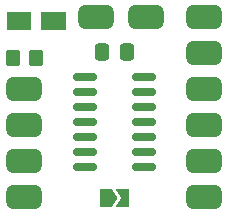
<source format=gbr>
%TF.GenerationSoftware,KiCad,Pcbnew,6.0.6-3a73a75311~116~ubuntu20.04.1*%
%TF.CreationDate,2022-07-03T10:43:36+02:00*%
%TF.ProjectId,MD_Mod,4d445f4d-6f64-42e6-9b69-6361645f7063,rev?*%
%TF.SameCoordinates,Original*%
%TF.FileFunction,Soldermask,Top*%
%TF.FilePolarity,Negative*%
%FSLAX46Y46*%
G04 Gerber Fmt 4.6, Leading zero omitted, Abs format (unit mm)*
G04 Created by KiCad (PCBNEW 6.0.6-3a73a75311~116~ubuntu20.04.1) date 2022-07-03 10:43:36*
%MOMM*%
%LPD*%
G01*
G04 APERTURE LIST*
G04 Aperture macros list*
%AMRoundRect*
0 Rectangle with rounded corners*
0 $1 Rounding radius*
0 $2 $3 $4 $5 $6 $7 $8 $9 X,Y pos of 4 corners*
0 Add a 4 corners polygon primitive as box body*
4,1,4,$2,$3,$4,$5,$6,$7,$8,$9,$2,$3,0*
0 Add four circle primitives for the rounded corners*
1,1,$1+$1,$2,$3*
1,1,$1+$1,$4,$5*
1,1,$1+$1,$6,$7*
1,1,$1+$1,$8,$9*
0 Add four rect primitives between the rounded corners*
20,1,$1+$1,$2,$3,$4,$5,0*
20,1,$1+$1,$4,$5,$6,$7,0*
20,1,$1+$1,$6,$7,$8,$9,0*
20,1,$1+$1,$8,$9,$2,$3,0*%
%AMFreePoly0*
4,1,6,1.000000,0.000000,0.500000,-0.750000,-0.500000,-0.750000,-0.500000,0.750000,0.500000,0.750000,1.000000,0.000000,1.000000,0.000000,$1*%
%AMFreePoly1*
4,1,6,0.500000,-0.750000,-0.650000,-0.750000,-0.150000,0.000000,-0.650000,0.750000,0.500000,0.750000,0.500000,-0.750000,0.500000,-0.750000,$1*%
G04 Aperture macros list end*
%ADD10RoundRect,0.500000X-1.000000X-0.500000X1.000000X-0.500000X1.000000X0.500000X-1.000000X0.500000X0*%
%ADD11R,1.500000X1.500000*%
%ADD12FreePoly0,0.000000*%
%ADD13FreePoly0,180.000000*%
%ADD14RoundRect,0.250000X-0.350000X-0.450000X0.350000X-0.450000X0.350000X0.450000X-0.350000X0.450000X0*%
%ADD15FreePoly1,0.000000*%
%ADD16RoundRect,0.150000X-0.825000X-0.150000X0.825000X-0.150000X0.825000X0.150000X-0.825000X0.150000X0*%
%ADD17RoundRect,0.250000X-0.337500X-0.475000X0.337500X-0.475000X0.337500X0.475000X-0.337500X0.475000X0*%
G04 APERTURE END LIST*
D10*
%TO.C,J11*%
X154940000Y-112268000D03*
%TD*%
%TO.C,J10*%
X154940000Y-109220000D03*
%TD*%
%TO.C,J12*%
X139700000Y-103124000D03*
%TD*%
%TO.C,J1*%
X145796000Y-97028000D03*
%TD*%
%TO.C,J5*%
X139700000Y-106172000D03*
%TD*%
D11*
%TO.C,JP2*%
X139516000Y-97383600D03*
X141916000Y-97383600D03*
D12*
X138716000Y-97383600D03*
D13*
X142716000Y-97383600D03*
%TD*%
D10*
%TO.C,J7*%
X154940000Y-106172000D03*
%TD*%
D14*
%TO.C,R1*%
X138700000Y-100457000D03*
X140700000Y-100457000D03*
%TD*%
D12*
%TO.C,JP1*%
X146595000Y-112323000D03*
D15*
X148045000Y-112323000D03*
%TD*%
D10*
%TO.C,J2*%
X149987000Y-97028000D03*
%TD*%
D16*
%TO.C,U1*%
X144845000Y-102108000D03*
X144845000Y-103378000D03*
X144845000Y-104648000D03*
X144845000Y-105918000D03*
X144845000Y-107188000D03*
X144845000Y-108458000D03*
X144845000Y-109728000D03*
X149795000Y-109728000D03*
X149795000Y-108458000D03*
X149795000Y-107188000D03*
X149795000Y-105918000D03*
X149795000Y-104648000D03*
X149795000Y-103378000D03*
X149795000Y-102108000D03*
%TD*%
D10*
%TO.C,J8*%
X154940000Y-97028000D03*
%TD*%
%TO.C,J4*%
X139700000Y-109220000D03*
%TD*%
%TO.C,J3*%
X139700000Y-112268000D03*
%TD*%
%TO.C,J9*%
X154940000Y-100076000D03*
%TD*%
%TO.C,J6*%
X154940000Y-103124000D03*
%TD*%
D17*
%TO.C,C1*%
X146293250Y-99949000D03*
X148368250Y-99949000D03*
%TD*%
M02*

</source>
